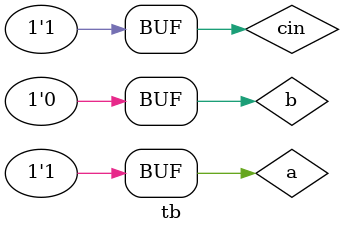
<source format=sv>
module full_adder (input a,
                         b, 
                         cin, 
                  output sum,
                        carry
); 

    wire w1, w2, w3, w4; 

    xor (w1, a, b); 
    xor (sum, w1, cin);
    and (w2,a,b);
    and (w3,b,cin);
    and (w4,cin,a);
    or (carry,w2,w3,w4);
endmodule 

module half_adder(input a, 
                        b, 
                output sum, 
                        carry
);
    assign {carry,sum} = a+b; 
    
endmodule 


module full_adder_1(input a,
                         b, 
                         cin, 
                  output sum,
                        carry
);

    wire w1,w2,w3; 

    xor (sum,a,b,cin);
    xor (w1,a,b);
    and (w3, w1,cin);
    and (w2, a,b);
    or (carry,w2,w3);

endmodule 



module tb; 

    reg a; 
    reg b; 
    reg cin; 
    //wire w1,w2,w3; 
    wire sum, carry; 

    //full_adder f1(.a(a), .b(b), .cin(cin), .sum(sum), .carry(carry));

    full_adder_1 f1(.a(a), .b(b), .cin(cin), .sum(sum), .carry(carry));

    // half_adder ha1 (.a(a), .b(b), .sum(w1),.carry(w2));
    // half_adder ha2 (.a(cin),.b(w1),.sum(sum), .carry(w3)); //this dot refers to the model half_adder not the module tb variables. 
    // or (carry,w2,w3);
    initial begin 
        $monitor ("[time=%0t] a=%0d, b=%0d, cin=%0d, sum=%0d, carry=%0d", $time, a,b,cin,sum, carry);
        a=1; 
        b=1; 
        cin=1; 
        #1; 
        a=1; 
        b=0; 
        cin=1;        
    end 
endmodule 
</source>
